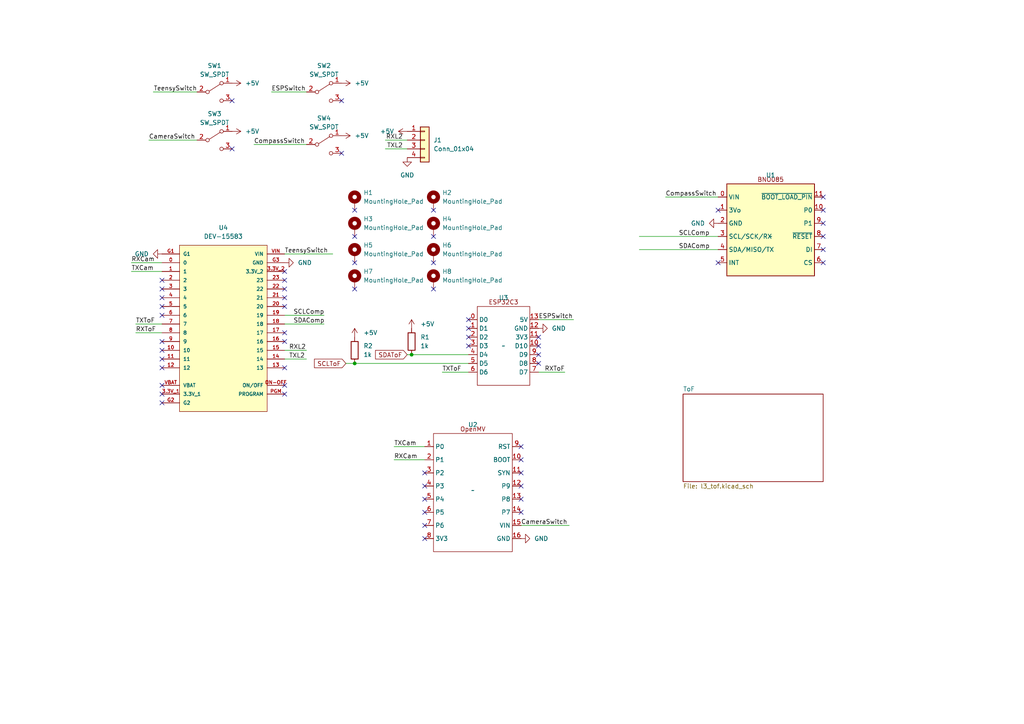
<source format=kicad_sch>
(kicad_sch (version 20231120) (generator "eeschema") (generator_version "8.0")
  (paper "A4")
  (lib_symbols
    (symbol "Board:DEV-15583" (pin_names (offset 1.016))
      (property "Reference" "U" (at -12.7 23.622 0))
      (property "Value" "DEV-15583" (at -12.7 -27.94 0))
      (symbol "DEV-15583_0_0"
        (rectangle (start -12.7 -25.4) (end 12.7 22.86) (stroke (width 0.1524)) (fill (type background)))
        (pin bidirectional line (at -17.78 17.78 0) (length 5.08) (name "0") (number "0"))
        (pin bidirectional line (at -17.78 15.24 0) (length 5.08) (name "1") (number "1"))
        (pin bidirectional line (at -17.78 -7.62 0) (length 5.08) (name "10") (number "10"))
        (pin bidirectional line (at -17.78 -10.16 0) (length 5.08) (name "11") (number "11"))
        (pin bidirectional line (at -17.78 -12.7 0) (length 5.08) (name "12") (number "12"))
        (pin bidirectional line (at 17.78 -12.7 180) (length 5.08) (name "13") (number "13"))
        (pin bidirectional line (at 17.78 -10.16 180) (length 5.08) (name "14") (number "14"))
        (pin bidirectional line (at 17.78 -7.62 180) (length 5.08) (name "15") (number "15"))
        (pin bidirectional line (at 17.78 -5.08 180) (length 5.08) (name "16") (number "16"))
        (pin bidirectional line (at 17.78 -2.54 180) (length 5.08) (name "17") (number "17"))
        (pin bidirectional line (at 17.78 0 180) (length 5.08) (name "18") (number "18"))
        (pin bidirectional line (at 17.78 2.54 180) (length 5.08) (name "19") (number "19"))
        (pin bidirectional line (at -17.78 12.7 0) (length 5.08) (name "2") (number "2"))
        (pin bidirectional line (at 17.78 5.08 180) (length 5.08) (name "20") (number "20"))
        (pin bidirectional line (at 17.78 7.62 180) (length 5.08) (name "21") (number "21"))
        (pin bidirectional line (at 17.78 10.16 180) (length 5.08) (name "22") (number "22"))
        (pin bidirectional line (at 17.78 12.7 180) (length 5.08) (name "23") (number "23"))
        (pin bidirectional line (at -17.78 10.16 0) (length 5.08) (name "3") (number "3"))
        (pin power_in line (at -17.78 -20.32 0) (length 5.08) (name "3.3V_1") (number "3.3V_1"))
        (pin power_in line (at 17.78 15.24 180) (length 5.08) (name "3.3V_2") (number "3.3V_2"))
        (pin bidirectional line (at -17.78 7.62 0) (length 5.08) (name "4") (number "4"))
        (pin bidirectional line (at -17.78 5.08 0) (length 5.08) (name "5") (number "5"))
        (pin bidirectional line (at -17.78 2.54 0) (length 5.08) (name "6") (number "6"))
        (pin bidirectional line (at -17.78 0 0) (length 5.08) (name "7") (number "7"))
        (pin bidirectional line (at -17.78 -2.54 0) (length 5.08) (name "8") (number "8"))
        (pin bidirectional line (at -17.78 -5.08 0) (length 5.08) (name "9") (number "9"))
        (pin power_in line (at -17.78 20.32 0) (length 5.08) (name "G1") (number "G1"))
        (pin power_in line (at -17.78 -22.86 0) (length 5.08) (name "G2") (number "G2"))
        (pin bidirectional line (at 17.78 -17.78 180) (length 5.08) (name "ON/OFF") (number "ON-OFF"))
        (pin bidirectional line (at 17.78 -20.32 180) (length 5.08) (name "PROGRAM") (number "PGM"))
        (pin power_in line (at -17.78 -17.78 0) (length 5.08) (name "VBAT") (number "VBAT"))
        (pin power_in line (at 17.78 20.32 180) (length 5.08) (name "VIN") (number "VIN"))
      )
      (symbol "DEV-15583_1_0"
        (pin power_in line (at 17.78 17.78 180) (length 5.08) (name "GND") (number "G3"))
      )
    )
    (symbol "Board:ESP32C3"
      (property "Reference" "U" (at 0 0 0))
      (symbol "ESP32C3_0_1"
        (rectangle (start -7.62 11.43) (end 7.62 -11.43))
      )
      (symbol "ESP32C3_1_1"
        (text "ESP32C3\n" (at 0 12.7 0) (effects (font (size 1.27 1.27))))
        (pin bidirectional line (at -10.16 7.62 0) (length 2.54) (name "D0") (number "0"))
        (pin bidirectional line (at -10.16 5.08 0) (length 2.54) (name "D1") (number "1"))
        (pin bidirectional line (at 10.16 0 180) (length 2.54) (name "D10") (number "10"))
        (pin power_out line (at 10.16 2.54 180) (length 2.54) (name "3V3") (number "11"))
        (pin power_in line (at 10.16 5.08 180) (length 2.54) (name "GND") (number "12"))
        (pin power_in line (at 10.16 7.62 180) (length 2.54) (name "5V") (number "13"))
        (pin bidirectional line (at -10.16 2.54 0) (length 2.54) (name "D2") (number "2"))
        (pin bidirectional line (at -10.16 0 0) (length 2.54) (name "D3") (number "3"))
        (pin bidirectional line (at -10.16 -2.54 0) (length 2.54) (name "D4") (number "4"))
        (pin bidirectional line (at -10.16 -5.08 0) (length 2.54) (name "D5") (number "5"))
        (pin bidirectional line (at -10.16 -7.62 0) (length 2.54) (name "D6") (number "6"))
        (pin bidirectional line (at 10.16 -7.62 180) (length 2.54) (name "D7") (number "7"))
        (pin bidirectional line (at 10.16 -5.08 180) (length 2.54) (name "D8") (number "8"))
        (pin bidirectional line (at 10.16 -2.54 180) (length 2.54) (name "D9") (number "9"))
      )
    )
    (symbol "Camera:Open_Mv_H7_R2"
      (property "Reference" "U" (at 0 19.05 0))
      (symbol "Open_Mv_H7_R2_0_0"
        (text "" (at 3.81 11.43 0) (effects (font (size 1.27 1.27))))
      )
      (symbol "Open_Mv_H7_R2_0_1"
        (rectangle (start -11.43 16.51) (end 11.43 -17.78))
      )
      (symbol "Open_Mv_H7_R2_1_1"
        (text "OpenMV" (at 0 17.78 0) (effects (font (size 1.27 1.27))))
        (pin bidirectional line (at -13.97 12.7 0) (length 2.54) (name "P0") (number "1"))
        (pin input line (at 13.97 8.89 180) (length 2.54) (name "BOOT") (number "10"))
        (pin output line (at 13.97 5.08 180) (length 2.54) (name "SYN") (number "11"))
        (pin bidirectional line (at 13.97 1.27 180) (length 2.54) (name "P9") (number "12"))
        (pin bidirectional line (at 13.97 -2.54 180) (length 2.54) (name "P8") (number "13"))
        (pin bidirectional line (at 13.97 -6.35 180) (length 2.54) (name "P7") (number "14"))
        (pin power_in line (at 13.97 -10.16 180) (length 2.54) (name "VIN") (number "15"))
        (pin power_in line (at 13.97 -13.97 180) (length 2.54) (name "GND") (number "16"))
        (pin bidirectional line (at -13.97 8.89 0) (length 2.54) (name "P1") (number "2"))
        (pin bidirectional line (at -13.97 5.08 0) (length 2.54) (name "P2") (number "3"))
        (pin bidirectional line (at -13.97 1.27 0) (length 2.54) (name "P3") (number "4"))
        (pin bidirectional line (at -13.97 -2.54 0) (length 2.54) (name "P4") (number "5"))
        (pin bidirectional line (at -13.97 -6.35 0) (length 2.54) (name "P5") (number "6"))
        (pin bidirectional line (at -13.97 -10.16 0) (length 2.54) (name "P6") (number "7"))
        (pin power_out line (at -13.97 -13.97 0) (length 2.54) (name "3V3") (number "8"))
        (pin input line (at 13.97 12.7 180) (length 2.54) (name "RST") (number "9"))
      )
    )
    (symbol "Connector_Generic:Conn_01x04" (pin_names (offset 1.016) hide)
      (property "Reference" "J" (at 0 5.08 0))
      (property "Value" "Conn_01x04" (at 0 -7.62 0))
      (symbol "Conn_01x04_1_1"
        (rectangle (start -1.27 -4.953) (end 0 -5.207) (stroke (width 0.1524)))
        (rectangle (start -1.27 -2.413) (end 0 -2.667) (stroke (width 0.1524)))
        (rectangle (start -1.27 0.127) (end 0 -0.127) (stroke (width 0.1524)))
        (rectangle (start -1.27 2.667) (end 0 2.413) (stroke (width 0.1524)))
        (rectangle (start -1.27 3.81) (end 1.27 -6.35) (stroke (width 0.254)) (fill (type background)))
        (pin passive line (at -5.08 2.54 0) (length 3.81) (name "Pin_1") (number "1"))
        (pin passive line (at -5.08 0 0) (length 3.81) (name "Pin_2") (number "2"))
        (pin passive line (at -5.08 -2.54 0) (length 3.81) (name "Pin_3") (number "3"))
        (pin passive line (at -5.08 -5.08 0) (length 3.81) (name "Pin_4") (number "4"))
      )
    )
    (symbol "Device:R" (pin_numbers hide) (pin_names (offset 0))
      (property "Reference" "R" (at 2.032 0 90))
      (property "Value" "R" (at 0 0 90))
      (symbol "R_0_1"
        (rectangle (start -1.016 -2.54) (end 1.016 2.54) (stroke (width 0.254)))
      )
      (symbol "R_1_1"
        (pin passive line (at 0 3.81 270) (length 1.27) (name "~") (number "1"))
        (pin passive line (at 0 -3.81 90) (length 1.27) (name "~") (number "2"))
      )
    )
    (symbol "Mechanical:MountingHole_Pad" (pin_numbers hide) (pin_names (offset 1.016) hide)
      (property "Reference" "H" (at 0 6.35 0))
      (property "Value" "MountingHole_Pad" (at 0 4.445 0))
      (symbol "MountingHole_Pad_0_1"
        (circle (center 0 1.27) (radius 1.27) (stroke (width 1.27)))
      )
      (symbol "MountingHole_Pad_1_1"
        (pin input line (at 0 -2.54 90) (length 2.54) (name "1") (number "1"))
      )
    )
    (symbol "Sensor_Motion:BNO085"
      (property "Reference" "U" (at 0 0 0))
      (symbol "BNO085_0_1"
        (rectangle (start -12.7 15.24) (end 12.7 -11.43) (stroke (width 0.254)) (fill (type background)))
      )
      (symbol "BNO085_1_1"
        (text "BNO085\n" (at 0 16.51 0) (effects (font (size 1.27 1.27))))
        (pin power_in line (at -15.24 11.43 0) (length 2.54) (name "VIN") (number "0"))
        (pin power_out line (at -15.24 7.62 0) (length 2.54) (name "3Vo") (number "1"))
        (pin input line (at 15.24 7.62 180) (length 2.54) (name "P0") (number "10"))
        (pin input line (at 15.24 11.43 180) (length 2.54) (name "~{BOOT_LOAD_PIN}") (number "11"))
        (pin power_in line (at -15.24 3.81 0) (length 2.54) (name "GND") (number "2"))
        (pin bidirectional line (at -15.24 0 0) (length 2.54) (name "SCL/SCK/RX") (number "3"))
        (pin bidirectional line (at -15.24 -3.81 0) (length 2.54) (name "SDA/MISO/TX") (number "4"))
        (pin output line (at -15.24 -7.62 0) (length 2.54) (name "INT") (number "5"))
        (pin input line (at 15.24 -7.62 180) (length 2.54) (name "CS") (number "6"))
        (pin input line (at 15.24 -3.81 180) (length 2.54) (name "DI") (number "7"))
        (pin input line (at 15.24 0 180) (length 2.54) (name "~{RESET}") (number "8"))
        (pin input line (at 15.24 3.81 180) (length 2.54) (name "P1") (number "9"))
      )
    )
    (symbol "Switch:SW_SPDT" (pin_names (offset 0) hide)
      (property "Reference" "SW" (at 0 4.318 0))
      (property "Value" "SW_SPDT" (at 0 -5.08 0))
      (symbol "SW_SPDT_0_0"
        (circle (center -2.032 0) (radius 0.508))
        (circle (center 2.032 -2.54) (radius 0.508))
      )
      (symbol "SW_SPDT_0_1"
        (polyline (pts (xy -1.524 0.254) (xy 1.651 2.286)))
        (circle (center 2.032 2.54) (radius 0.508))
      )
      (symbol "SW_SPDT_1_1"
        (pin passive line (at 5.08 2.54 180) (length 2.54) (name "A") (number "1"))
        (pin passive line (at -5.08 0 0) (length 2.54) (name "B") (number "2"))
        (pin passive line (at 5.08 -2.54 180) (length 2.54) (name "C") (number "3"))
      )
    )
    (symbol "power:+5V" (power) (pin_names (offset 0))
      (property "Value" "+5V" (at 0 3.556 0))
      (symbol "+5V_0_1"
        (polyline (pts (xy -0.762 1.27) (xy 0 2.54)))
        (polyline (pts (xy 0 0) (xy 0 2.54)))
        (polyline (pts (xy 0 2.54) (xy 0.762 1.27)))
      )
      (symbol "+5V_1_1"
        (pin power_in line (at 0 0 90) (length 0) hide (name "+5V") (number "1"))
      )
    )
    (symbol "power:GND" (power) (pin_names (offset 0))
      (property "Value" "GND" (at 0 -3.81 0))
      (symbol "GND_0_1"
        (polyline (pts (xy 0 0) (xy 0 -1.27) (xy 1.27 -1.27) (xy 0 -2.54) (xy -1.27 -1.27) (xy 0 -1.27)))
      )
      (symbol "GND_1_1"
        (pin power_in line (at 0 0 270) (length 0) hide (name "GND") (number "1"))
      )
    )
  )
  (junction (at 102.87 105.41))
  (junction (at 119.38 102.87))
  (no_connect (at 238.76 76.2))
  (no_connect (at 208.28 76.2))
  (no_connect (at 102.87 83.82))
  (no_connect (at 99.06 44.45))
  (no_connect (at 123.19 137.16))
  (no_connect (at 46.99 116.84))
  (no_connect (at 208.28 60.96))
  (no_connect (at 125.73 60.96))
  (no_connect (at 151.13 140.97))
  (no_connect (at 151.13 148.59))
  (no_connect (at 156.21 100.33))
  (no_connect (at 123.19 140.97))
  (no_connect (at 82.55 96.52))
  (no_connect (at 135.89 97.79))
  (no_connect (at 151.13 133.35))
  (no_connect (at 46.99 91.44))
  (no_connect (at 82.55 111.76))
  (no_connect (at 156.21 97.79))
  (no_connect (at 46.99 99.06))
  (no_connect (at 125.73 68.58))
  (no_connect (at 135.89 100.33))
  (no_connect (at 151.13 129.54))
  (no_connect (at 123.19 152.4))
  (no_connect (at 238.76 64.77))
  (no_connect (at 125.73 83.82))
  (no_connect (at 82.55 88.9))
  (no_connect (at 135.89 92.71))
  (no_connect (at 67.31 43.18))
  (no_connect (at 46.99 106.68))
  (no_connect (at 46.99 114.3))
  (no_connect (at 102.87 76.2))
  (no_connect (at 156.21 102.87))
  (no_connect (at 82.55 99.06))
  (no_connect (at 82.55 106.68))
  (no_connect (at 125.73 76.2))
  (no_connect (at 82.55 78.74))
  (no_connect (at 238.76 57.15))
  (no_connect (at 102.87 60.96))
  (no_connect (at 238.76 60.96))
  (no_connect (at 82.55 81.28))
  (no_connect (at 123.19 144.78))
  (no_connect (at 238.76 72.39))
  (no_connect (at 238.76 68.58))
  (no_connect (at 46.99 86.36))
  (no_connect (at 82.55 114.3))
  (no_connect (at 82.55 83.82))
  (no_connect (at 46.99 88.9))
  (no_connect (at 46.99 83.82))
  (no_connect (at 123.19 148.59))
  (no_connect (at 156.21 105.41))
  (no_connect (at 99.06 29.21))
  (no_connect (at 151.13 137.16))
  (no_connect (at 46.99 81.28))
  (no_connect (at 123.19 156.21))
  (no_connect (at 82.55 86.36))
  (no_connect (at 67.31 29.21))
  (no_connect (at 46.99 101.6))
  (no_connect (at 46.99 104.14))
  (no_connect (at 151.13 144.78))
  (no_connect (at 102.87 68.58))
  (no_connect (at 135.89 95.25))
  (no_connect (at 46.99 111.76))
  (wire (pts (xy 73.66 41.91) (xy 88.9 41.91)))
  (wire (pts (xy 156.21 92.71) (xy 166.37 92.71)))
  (wire (pts (xy 185.42 72.39) (xy 208.28 72.39)))
  (wire (pts (xy 39.37 93.98) (xy 46.99 93.98)))
  (wire (pts (xy 118.11 102.87) (xy 119.38 102.87)))
  (wire (pts (xy 78.74 26.67) (xy 88.9 26.67)))
  (wire (pts (xy 82.55 104.14) (xy 88.9 104.14)))
  (wire (pts (xy 43.18 40.64) (xy 57.15 40.64)))
  (wire (pts (xy 82.55 93.98) (xy 93.98 93.98)))
  (wire (pts (xy 82.55 101.6) (xy 88.9 101.6)))
  (wire (pts (xy 82.55 91.44) (xy 93.98 91.44)))
  (wire (pts (xy 44.45 26.67) (xy 57.15 26.67)))
  (wire (pts (xy 38.1 76.2) (xy 46.99 76.2)))
  (wire (pts (xy 193.04 57.15) (xy 208.28 57.15)))
  (wire (pts (xy 119.38 102.87) (xy 135.89 102.87)))
  (wire (pts (xy 163.83 107.95) (xy 156.21 107.95)))
  (wire (pts (xy 151.13 152.4) (xy 165.1 152.4)))
  (wire (pts (xy 118.11 40.64) (xy 111.76 40.64)))
  (wire (pts (xy 100.33 105.41) (xy 102.87 105.41)))
  (wire (pts (xy 118.11 43.18) (xy 111.76 43.18)))
  (wire (pts (xy 114.3 133.35) (xy 123.19 133.35)))
  (wire (pts (xy 39.37 96.52) (xy 46.99 96.52)))
  (wire (pts (xy 38.1 78.74) (xy 46.99 78.74)))
  (wire (pts (xy 102.87 105.41) (xy 135.89 105.41)))
  (wire (pts (xy 128.27 107.95) (xy 135.89 107.95)))
  (wire (pts (xy 114.3 129.54) (xy 123.19 129.54)))
  (wire (pts (xy 82.55 73.66) (xy 96.52 73.66)))
  (wire (pts (xy 185.42 68.58) (xy 208.28 68.58)))
  (label "TeensySwitch" (at 82.55 73.66 0))
  (label "ESPSwitch" (at 78.74 26.67 0))
  (label "CompassSwitch" (at 193.04 57.15 0))
  (label "SCLComp" (at 85.09 91.44 0))
  (label "RXToF" (at 39.37 96.52 0))
  (label "TXCam" (at 38.1 78.74 0))
  (label "ESPSwitch" (at 156.21 92.71 0))
  (label "TXL2" (at 116.84 43.18 180))
  (label "SCLComp" (at 196.85 68.58 0))
  (label "SDAComp" (at 196.85 72.39 0))
  (label "RXToF" (at 163.83 107.95 180))
  (label "SDAComp" (at 85.09 93.98 0))
  (label "TXCam" (at 114.3 129.54 0))
  (label "CameraSwitch" (at 43.18 40.64 0))
  (label "RXL2" (at 116.84 40.64 180))
  (label "TXL2" (at 83.82 104.14 0))
  (label "CameraSwitch" (at 151.13 152.4 0))
  (label "TeensySwitch" (at 57.15 26.67 180))
  (label "RXCam" (at 38.1 76.2 0))
  (label "RXCam" (at 114.3 133.35 0))
  (label "TXToF" (at 39.37 93.98 0))
  (label "CompassSwitch" (at 73.66 41.91 0))
  (label "TXToF" (at 128.27 107.95 0))
  (label "RXL2" (at 83.82 101.6 0))
  (global_label "SCLToF" (shape input) (at 100.33 105.41 180) (property "Intersheetrefs" "${INTERSHEET_REFS}" (effects (hide yes))))
  (global_label "SDAToF" (shape input) (at 118.11 102.87 180) (property "Intersheetrefs" "${INTERSHEET_REFS}" (effects (hide yes))))
  (symbol (lib_id "power:+5V") (at 67.31 38.1 270) (unit 1)
    (property "Reference" "#PWR019" (effects (hide yes)))
    (property "Value" "+5V" (at 71.12 38.1 90) (effects (justify left)))
  )
  (symbol (lib_id "power:+5V") (at 119.38 95.25 0) (unit 1)
    (property "Reference" "#PWR018" (effects (hide yes)))
    (property "Value" "+5V" (at 121.92 93.98 0) (effects (justify left)))
  )
  (symbol (lib_id "Connector_Generic:Conn_01x04") (at 123.19 40.64 0) (unit 1)
    (property "Reference" "J1" (at 125.73 40.64 0) (effects (justify left)))
    (property "Value" "Conn_01x04" (at 125.73 43.18 0) (effects (justify left)))
    (property "Footprint" "Connector_JST:JST_XH_B4B-XH-AM_1x04_P2.50mm_Vertical" (effects (hide yes)))
  )
  (symbol (lib_id "Mechanical:MountingHole_Pad") (at 102.87 58.42 0) (unit 1)
    (property "Reference" "H1" (at 105.41 55.8799 0) (effects (justify left)))
    (property "Value" "MountingHole_Pad" (at 105.41 58.4199 0) (effects (justify left)))
    (property "Footprint" "MountingHole:MountingHole_3.2mm_M3_Pad_Via" (effects (hide yes)))
    (property "Description" "Mounting Hole with connection" (effects (hide yes)))
  )
  (symbol (lib_id "power:+5V") (at 99.06 24.13 270) (unit 1)
    (property "Reference" "#PWR06" (effects (hide yes)))
    (property "Value" "+5V" (at 102.87 24.13 90) (effects (justify left)))
  )
  (symbol (lib_id "Device:R") (at 119.38 99.06 180) (unit 1)
    (property "Reference" "R1" (at 121.92 97.79 0) (effects (justify right)))
    (property "Value" "1k" (at 121.92 100.33 0) (effects (justify right)))
    (property "Footprint" "Resistor_SMD:R_0603_1608Metric_Pad0.98x0.95mm_HandSolder" (effects (hide yes)))
  )
  (symbol (lib_id "power:+5V") (at 99.06 39.37 270) (unit 1)
    (property "Reference" "#PWR02" (effects (hide yes)))
    (property "Value" "+5V" (at 102.87 39.37 90) (effects (justify left)))
  )
  (symbol (lib_id "Mechanical:MountingHole_Pad") (at 102.87 73.66 0) (unit 1)
    (property "Reference" "H5" (at 105.41 71.1199 0) (effects (justify left)))
    (property "Value" "MountingHole_Pad" (at 105.41 73.6599 0) (effects (justify left)))
    (property "Footprint" "MountingHole:MountingHole_3.2mm_M3_Pad_Via" (effects (hide yes)))
    (property "Description" "Mounting Hole with connection" (effects (hide yes)))
  )
  (symbol (lib_id "power:+5V") (at 118.11 38.1 90) (unit 1)
    (property "Reference" "#PWR04" (effects (hide yes)))
    (property "Value" "+5V" (at 114.3 38.1 90) (effects (justify left)))
  )
  (symbol (lib_id "power:GND") (at 46.99 73.66 270) (unit 1)
    (property "Reference" "#PWR08" (effects (hide yes)))
    (property "Value" "GND" (at 43.1478 73.66 90) (effects (justify right)))
  )
  (symbol (lib_id "Switch:SW_SPDT") (at 62.23 40.64 0) (unit 1)
    (property "Reference" "SW3" (at 62.23 33.02 0))
    (property "Value" "SW_SPDT" (at 62.23 35.56 0))
    (property "Footprint" "Button_Switch_THT:SS12D00G3-2.5mm" (effects (hide yes)))
  )
  (symbol (lib_id "Mechanical:MountingHole_Pad") (at 125.73 81.28 0) (unit 1)
    (property "Reference" "H8" (at 128.27 78.7399 0) (effects (justify left)))
    (property "Value" "MountingHole_Pad" (at 128.27 81.2799 0) (effects (justify left)))
    (property "Footprint" "MountingHole:MountingHole_3.2mm_M3_Pad_Via" (effects (hide yes)))
    (property "Description" "Mounting Hole with connection" (effects (hide yes)))
  )
  (symbol (lib_id "Sensor_Motion:BNO085") (at 223.52 68.58 0) (unit 1)
    (property "Reference" "U1" (at 223.52 50.8 0))
    (property "Value" "~" (at 223.52 68.58 0))
    (property "Footprint" "Sensor_Motion:BNO085" (effects (hide yes)))
  )
  (symbol (lib_id "Mechanical:MountingHole_Pad") (at 102.87 66.04 0) (unit 1)
    (property "Reference" "H3" (at 105.41 63.4999 0) (effects (justify left)))
    (property "Value" "MountingHole_Pad" (at 105.41 66.0399 0) (effects (justify left)))
    (property "Footprint" "MountingHole:MountingHole_3.2mm_M3_Pad_Via" (effects (hide yes)))
    (property "Description" "Mounting Hole with connection" (effects (hide yes)))
  )
  (symbol (lib_id "power:GND") (at 118.11 45.72 0) (unit 1)
    (property "Reference" "#PWR023" (effects (hide yes)))
    (property "Value" "GND" (at 118.11 50.8 0))
  )
  (symbol (lib_id "power:GND") (at 151.13 156.21 90) (unit 1)
    (property "Reference" "#PWR05" (effects (hide yes)))
    (property "Value" "GND" (at 154.94 156.21 90) (effects (justify right)))
  )
  (symbol (lib_id "Switch:SW_SPDT") (at 62.23 26.67 0) (unit 1)
    (property "Reference" "SW1" (at 62.23 19.05 0))
    (property "Value" "SW_SPDT" (at 62.23 21.59 0))
    (property "Footprint" "Button_Switch_THT:SS12D00G3-2.5mm" (effects (hide yes)))
  )
  (symbol (lib_id "Switch:SW_SPDT") (at 93.98 41.91 0) (unit 1)
    (property "Reference" "SW4" (at 93.98 34.29 0))
    (property "Value" "SW_SPDT" (at 93.98 36.83 0))
    (property "Footprint" "Button_Switch_THT:SS12D00G3-2.5mm" (effects (hide yes)))
  )
  (symbol (lib_id "power:+5V") (at 102.87 97.79 0) (unit 1)
    (property "Reference" "#PWR017" (effects (hide yes)))
    (property "Value" "+5V" (at 105.41 96.52 0) (effects (justify left)))
  )
  (symbol (lib_id "power:GND") (at 156.21 95.25 90) (unit 1)
    (property "Reference" "#PWR020" (effects (hide yes)))
    (property "Value" "GND" (at 160.02 95.25 90) (effects (justify right)))
  )
  (symbol (lib_id "Board:DEV-15583") (at 64.77 93.98 0) (unit 1)
    (property "Reference" "U4" (at 64.77 66.04 0))
    (property "Value" "DEV-15583" (at 64.77 68.58 0))
    (property "Footprint" "Board:MODULE_DEV-15583" (effects (hide yes)))
    (property "Description" "\nRT1062 Teensy 4.0 series ARM® Cortex®-M7 MPU Embedded Evaluation Board\n" (effects (hide yes)))
    (property "MF" "SparkFun Electronics" (effects (hide yes)))
    (property "MAXIMUM_PACKAGE_HEIGHT" "5.87mm" (effects (hide yes)))
    (property "Package" "None" (effects (hide yes)))
    (property "Price" "None" (effects (hide yes)))
    (property "Check_prices" "https://www.snapeda.com/parts/DEV-15583/SparkFun+Electronics/view-part/?ref=eda" (effects (hide yes)))
    (property "STANDARD" "Manufacturer Recommendations" (effects (hide yes)))
    (property "SnapEDA_Link" "https://www.snapeda.com/parts/DEV-15583/SparkFun+Electronics/view-part/?ref=snap" (effects (hide yes)))
    (property "MP" "DEV-15583" (effects (hide yes)))
    (property "Purchase-URL" "https://www.snapeda.com/api/url_track_click_mouser/?unipart_id=4001229&manufacturer=SparkFun Electronics&part_name=DEV-15583&search_term=None" (effects (hide yes)))
    (property "Availability" "In Stock" (effects (hide yes)))
    (property "MANUFACTURER" "Sparkfun" (effects (hide yes)))
  )
  (symbol (lib_id "Mechanical:MountingHole_Pad") (at 125.73 73.66 0) (unit 1)
    (property "Reference" "H6" (at 128.27 71.1199 0) (effects (justify left)))
    (property "Value" "MountingHole_Pad" (at 128.27 73.6599 0) (effects (justify left)))
    (property "Footprint" "MountingHole:MountingHole_3.2mm_M3_Pad_Via" (effects (hide yes)))
    (property "Description" "Mounting Hole with connection" (effects (hide yes)))
  )
  (symbol (lib_id "power:GND") (at 82.55 76.2 90) (unit 1)
    (property "Reference" "#PWR07" (effects (hide yes)))
    (property "Value" "GND" (at 86.36 76.2 90) (effects (justify right)))
  )
  (symbol (lib_id "Mechanical:MountingHole_Pad") (at 125.73 66.04 0) (unit 1)
    (property "Reference" "H4" (at 128.27 63.4999 0) (effects (justify left)))
    (property "Value" "MountingHole_Pad" (at 128.27 66.0399 0) (effects (justify left)))
    (property "Footprint" "MountingHole:MountingHole_3.2mm_M3_Pad_Via" (effects (hide yes)))
    (property "Description" "Mounting Hole with connection" (effects (hide yes)))
  )
  (symbol (lib_id "power:GND") (at 208.28 64.77 270) (unit 1)
    (property "Reference" "#PWR03" (effects (hide yes)))
    (property "Value" "GND" (at 204.47 64.77 90) (effects (justify right)))
  )
  (symbol (lib_id "Board:ESP32C3") (at 146.05 100.33 0) (unit 1)
    (property "Reference" "U3" (at 146.05 86.36 0))
    (property "Value" "~" (at 146.05 100.33 0))
    (property "Footprint" "Board:xiao-esp32c3" (effects (hide yes)))
  )
  (symbol (lib_id "power:+5V") (at 67.31 24.13 270) (unit 1)
    (property "Reference" "#PWR01" (effects (hide yes)))
    (property "Value" "+5V" (at 71.12 24.13 90) (effects (justify left)))
  )
  (symbol (lib_id "Camera:Open_Mv_H7_R2") (at 137.16 142.24 0) (unit 1)
    (property "Reference" "U2" (at 137.16 123.19 0))
    (property "Value" "~" (at 137.16 142.24 0))
    (property "Footprint" "Camera:OpenMV" (effects (hide yes)))
  )
  (symbol (lib_id "Switch:SW_SPDT") (at 93.98 26.67 0) (unit 1)
    (property "Reference" "SW2" (at 93.98 19.05 0))
    (property "Value" "SW_SPDT" (at 93.98 21.59 0))
    (property "Footprint" "Button_Switch_THT:SS12D00G3-2.5mm" (effects (hide yes)))
  )
  (symbol (lib_id "Device:R") (at 102.87 101.6 180) (unit 1)
    (property "Reference" "R2" (at 105.41 100.33 0) (effects (justify right)))
    (property "Value" "1k" (at 105.41 102.87 0) (effects (justify right)))
    (property "Footprint" "Resistor_SMD:R_0603_1608Metric_Pad0.98x0.95mm_HandSolder" (effects (hide yes)))
  )
  (symbol (lib_id "Mechanical:MountingHole_Pad") (at 125.73 58.42 0) (unit 1)
    (property "Reference" "H2" (at 128.27 55.8799 0) (effects (justify left)))
    (property "Value" "MountingHole_Pad" (at 128.27 58.4199 0) (effects (justify left)))
    (property "Footprint" "MountingHole:MountingHole_3.2mm_M3_Pad_Via" (effects (hide yes)))
    (property "Description" "Mounting Hole with connection" (effects (hide yes)))
  )
  (symbol (lib_id "Mechanical:MountingHole_Pad") (at 102.87 81.28 0) (unit 1)
    (property "Reference" "H7" (at 105.41 78.7399 0) (effects (justify left)))
    (property "Value" "MountingHole_Pad" (at 105.41 81.2799 0) (effects (justify left)))
    (property "Footprint" "MountingHole:MountingHole_3.2mm_M3_Pad_Via" (effects (hide yes)))
    (property "Description" "Mounting Hole with connection" (effects (hide yes)))
  )
  (sheet (at 198.12 114.3) (size 40.64 25.4) (stroke (width 0.1524))
    (property "Sheetname" "ToF" (at 198.12 113.5884 0) (effects (justify left bottom)))
    (property "Sheetfile" "l3_tof.kicad_sch" (at 198.12 140.2846 0) (effects (justify left top)))
  )
)
</source>
